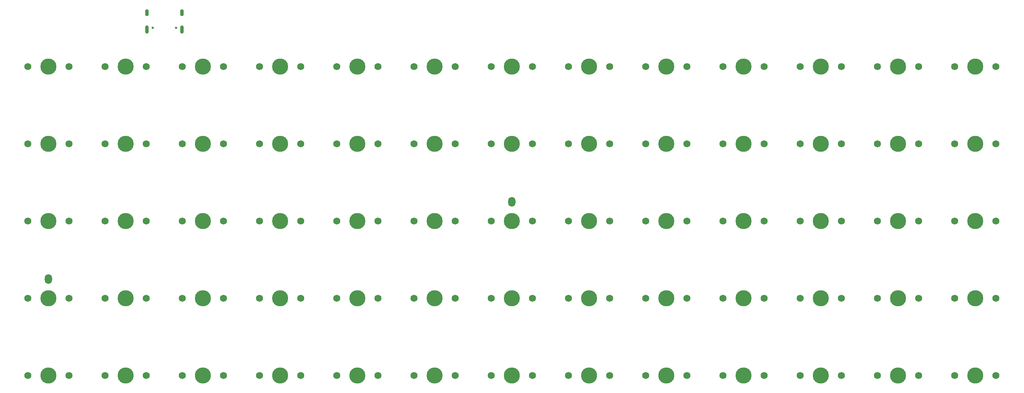
<source format=gts>
G04 #@! TF.GenerationSoftware,KiCad,Pcbnew,5.1.9+dfsg1-1*
G04 #@! TF.CreationDate,2021-12-29T06:26:28+01:00*
G04 #@! TF.ProjectId,okey65-pcb,6f6b6579-3635-42d7-9063-622e6b696361,rev?*
G04 #@! TF.SameCoordinates,Original*
G04 #@! TF.FileFunction,Soldermask,Top*
G04 #@! TF.FilePolarity,Negative*
%FSLAX46Y46*%
G04 Gerber Fmt 4.6, Leading zero omitted, Abs format (unit mm)*
G04 Created by KiCad (PCBNEW 5.1.9+dfsg1-1) date 2021-12-29 06:26:28*
%MOMM*%
%LPD*%
G01*
G04 APERTURE LIST*
%ADD10C,3.987800*%
%ADD11C,1.750000*%
%ADD12C,0.600000*%
%ADD13O,0.900000X1.700000*%
%ADD14O,0.900000X2.000000*%
%ADD15O,1.800000X2.400000*%
G04 APERTURE END LIST*
D10*
X33337500Y-98425000D03*
D11*
X38417500Y-98425000D03*
X28257500Y-98425000D03*
D10*
X71437500Y-41275000D03*
D11*
X76517500Y-41275000D03*
X66357500Y-41275000D03*
D10*
X71437500Y-79375000D03*
D11*
X76517500Y-79375000D03*
X66357500Y-79375000D03*
D10*
X90487500Y-79375000D03*
D11*
X95567500Y-79375000D03*
X85407500Y-79375000D03*
D10*
X90487500Y-60325000D03*
D11*
X95567500Y-60325000D03*
X85407500Y-60325000D03*
D10*
X166687500Y-79375000D03*
D11*
X171767500Y-79375000D03*
X161607500Y-79375000D03*
D10*
X71437500Y-60325000D03*
D11*
X76517500Y-60325000D03*
X66357500Y-60325000D03*
D10*
X261937500Y-117475000D03*
D11*
X267017500Y-117475000D03*
X256857500Y-117475000D03*
D10*
X242887500Y-117475000D03*
D11*
X247967500Y-117475000D03*
X237807500Y-117475000D03*
D10*
X223837500Y-117475000D03*
D11*
X228917500Y-117475000D03*
X218757500Y-117475000D03*
D10*
X204787500Y-117475000D03*
D11*
X209867500Y-117475000D03*
X199707500Y-117475000D03*
D10*
X185737500Y-117475000D03*
D11*
X190817500Y-117475000D03*
X180657500Y-117475000D03*
D10*
X166687500Y-117475000D03*
D11*
X171767500Y-117475000D03*
X161607500Y-117475000D03*
D10*
X147637500Y-117475000D03*
D11*
X152717500Y-117475000D03*
X142557500Y-117475000D03*
D10*
X128587500Y-117475000D03*
D11*
X133667500Y-117475000D03*
X123507500Y-117475000D03*
D10*
X109537500Y-117475000D03*
D11*
X114617500Y-117475000D03*
X104457500Y-117475000D03*
D10*
X90487500Y-117475000D03*
D11*
X95567500Y-117475000D03*
X85407500Y-117475000D03*
D10*
X71437500Y-117475000D03*
D11*
X76517500Y-117475000D03*
X66357500Y-117475000D03*
D10*
X52387500Y-117475000D03*
D11*
X57467500Y-117475000D03*
X47307500Y-117475000D03*
D10*
X33337500Y-117475000D03*
D11*
X38417500Y-117475000D03*
X28257500Y-117475000D03*
D10*
X261937500Y-98425000D03*
D11*
X267017500Y-98425000D03*
X256857500Y-98425000D03*
D10*
X242887500Y-98425000D03*
D11*
X247967500Y-98425000D03*
X237807500Y-98425000D03*
D10*
X223837500Y-98425000D03*
D11*
X228917500Y-98425000D03*
X218757500Y-98425000D03*
D10*
X204787500Y-98425000D03*
D11*
X209867500Y-98425000D03*
X199707500Y-98425000D03*
D10*
X185737500Y-98425000D03*
D11*
X190817500Y-98425000D03*
X180657500Y-98425000D03*
D10*
X166687500Y-98425000D03*
D11*
X171767500Y-98425000D03*
X161607500Y-98425000D03*
D10*
X147637500Y-98425000D03*
D11*
X152717500Y-98425000D03*
X142557500Y-98425000D03*
D10*
X128587500Y-98425000D03*
D11*
X133667500Y-98425000D03*
X123507500Y-98425000D03*
D10*
X109537500Y-98425000D03*
D11*
X114617500Y-98425000D03*
X104457500Y-98425000D03*
D10*
X90487500Y-98425000D03*
D11*
X95567500Y-98425000D03*
X85407500Y-98425000D03*
D10*
X71437500Y-98425000D03*
D11*
X76517500Y-98425000D03*
X66357500Y-98425000D03*
D10*
X52387500Y-98425000D03*
D11*
X57467500Y-98425000D03*
X47307500Y-98425000D03*
D10*
X261937500Y-79375000D03*
D11*
X267017500Y-79375000D03*
X256857500Y-79375000D03*
D10*
X242887500Y-79375000D03*
D11*
X247967500Y-79375000D03*
X237807500Y-79375000D03*
D10*
X223837500Y-79375000D03*
D11*
X228917500Y-79375000D03*
X218757500Y-79375000D03*
D10*
X204787500Y-79375000D03*
D11*
X209867500Y-79375000D03*
X199707500Y-79375000D03*
D10*
X185737500Y-79375000D03*
D11*
X190817500Y-79375000D03*
X180657500Y-79375000D03*
D10*
X147637500Y-79375000D03*
D11*
X152717500Y-79375000D03*
X142557500Y-79375000D03*
D10*
X128587500Y-79375000D03*
D11*
X133667500Y-79375000D03*
X123507500Y-79375000D03*
D10*
X109537500Y-79375000D03*
D11*
X114617500Y-79375000D03*
X104457500Y-79375000D03*
D10*
X52387500Y-79375000D03*
D11*
X57467500Y-79375000D03*
X47307500Y-79375000D03*
D10*
X33337500Y-79375000D03*
D11*
X38417500Y-79375000D03*
X28257500Y-79375000D03*
D10*
X261937500Y-60325000D03*
D11*
X267017500Y-60325000D03*
X256857500Y-60325000D03*
D10*
X242887500Y-60325000D03*
D11*
X247967500Y-60325000D03*
X237807500Y-60325000D03*
D10*
X223837500Y-60325000D03*
D11*
X228917500Y-60325000D03*
X218757500Y-60325000D03*
D10*
X204787500Y-60325000D03*
D11*
X209867500Y-60325000D03*
X199707500Y-60325000D03*
D10*
X185737500Y-60325000D03*
D11*
X190817500Y-60325000D03*
X180657500Y-60325000D03*
D10*
X166687500Y-60325000D03*
D11*
X171767500Y-60325000D03*
X161607500Y-60325000D03*
D10*
X147637500Y-60325000D03*
D11*
X152717500Y-60325000D03*
X142557500Y-60325000D03*
D10*
X128587500Y-60325000D03*
D11*
X133667500Y-60325000D03*
X123507500Y-60325000D03*
D10*
X109537500Y-60325000D03*
D11*
X114617500Y-60325000D03*
X104457500Y-60325000D03*
D10*
X52387500Y-60325000D03*
D11*
X57467500Y-60325000D03*
X47307500Y-60325000D03*
D10*
X33337500Y-60325000D03*
D11*
X38417500Y-60325000D03*
X28257500Y-60325000D03*
D10*
X261937500Y-41275000D03*
D11*
X267017500Y-41275000D03*
X256857500Y-41275000D03*
D10*
X242887500Y-41275000D03*
D11*
X247967500Y-41275000D03*
X237807500Y-41275000D03*
D10*
X223837500Y-41275000D03*
D11*
X228917500Y-41275000D03*
X218757500Y-41275000D03*
D10*
X204787500Y-41275000D03*
D11*
X209867500Y-41275000D03*
X199707500Y-41275000D03*
D10*
X185737500Y-41275000D03*
D11*
X190817500Y-41275000D03*
X180657500Y-41275000D03*
D10*
X166687500Y-41275000D03*
D11*
X171767500Y-41275000D03*
X161607500Y-41275000D03*
D10*
X147637500Y-41275000D03*
D11*
X152717500Y-41275000D03*
X142557500Y-41275000D03*
D10*
X128587500Y-41275000D03*
D11*
X133667500Y-41275000D03*
X123507500Y-41275000D03*
D10*
X109537500Y-41275000D03*
D11*
X114617500Y-41275000D03*
X104457500Y-41275000D03*
D10*
X90487500Y-41275000D03*
D11*
X95567500Y-41275000D03*
X85407500Y-41275000D03*
D10*
X52387500Y-41275000D03*
D11*
X57467500Y-41275000D03*
X47307500Y-41275000D03*
D10*
X33337500Y-41275000D03*
D11*
X38417500Y-41275000D03*
X28257500Y-41275000D03*
D12*
X59022500Y-31676000D03*
X64802500Y-31676000D03*
D13*
X66232500Y-27986000D03*
X57592500Y-27986000D03*
D14*
X66232500Y-32156000D03*
X57592500Y-32156000D03*
D15*
X147637500Y-74612500D03*
X33337500Y-93662500D03*
M02*

</source>
